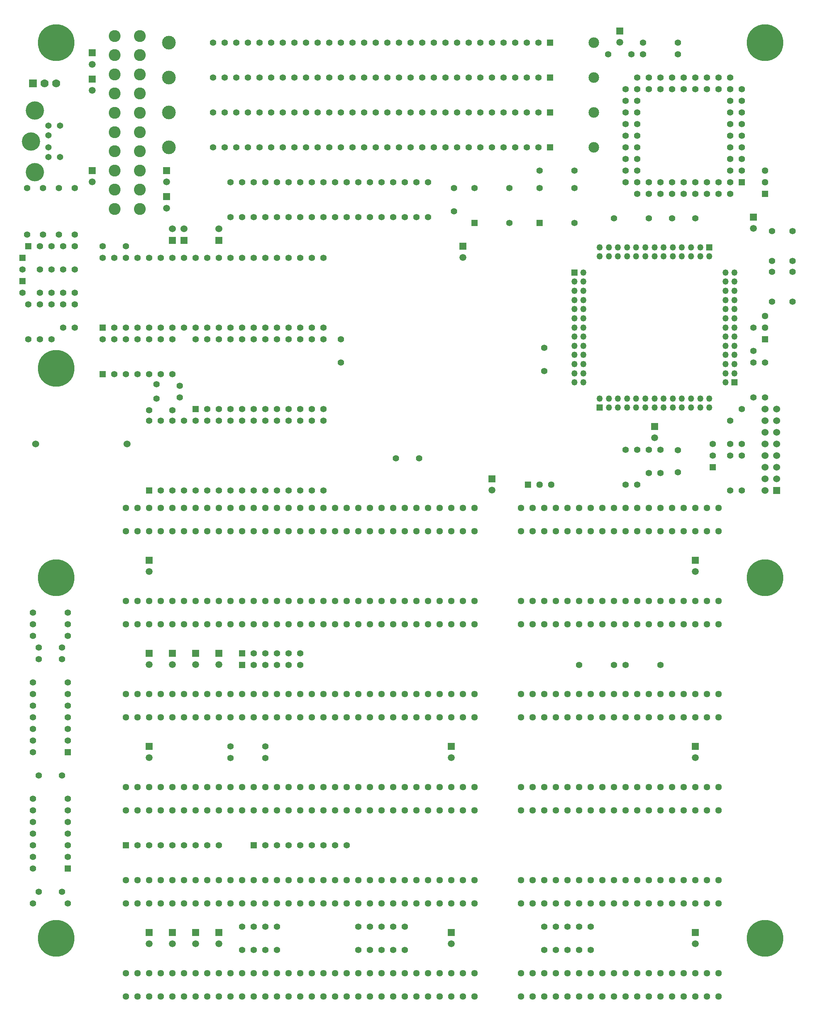
<source format=gbr>
%TF.GenerationSoftware,KiCad,Pcbnew,(6.0.2)*%
%TF.CreationDate,2026-01-28T13:48:29-08:00*%
%TF.ProjectId,AT386SX,41543338-3653-4582-9e6b-696361645f70,2.1*%
%TF.SameCoordinates,Original*%
%TF.FileFunction,Soldermask,Bot*%
%TF.FilePolarity,Negative*%
%FSLAX46Y46*%
G04 Gerber Fmt 4.6, Leading zero omitted, Abs format (unit mm)*
G04 Created by KiCad (PCBNEW (6.0.2)) date 2026-01-28 13:48:29*
%MOMM*%
%LPD*%
G01*
G04 APERTURE LIST*
%ADD10C,1.440000*%
%ADD11R,1.397000X1.397000*%
%ADD12C,1.397000*%
%ADD13R,1.350000X1.350000*%
%ADD14O,1.350000X1.350000*%
%ADD15R,1.490980X1.490980*%
%ADD16C,1.490980*%
%ADD17R,1.440000X1.440000*%
%ADD18C,2.311400*%
%ADD19C,2.997200*%
%ADD20C,1.399540*%
%ADD21R,1.524000X1.524000*%
%ADD22C,1.524000*%
%ADD23C,1.371600*%
%ADD24C,4.000500*%
%ADD25C,2.600960*%
%ADD26C,0.900000*%
%ADD27C,8.000000*%
%ADD28R,1.778000X1.778000*%
%ADD29C,1.778000*%
G04 APERTURE END LIST*
D10*
%TO.C,J1*%
X43180000Y-232410000D03*
X45720000Y-232410000D03*
X48260000Y-232410000D03*
X50800000Y-232410000D03*
X53340000Y-232410000D03*
X55880000Y-232410000D03*
X58420000Y-232410000D03*
X60960000Y-232410000D03*
X63500000Y-232410000D03*
X66040000Y-232410000D03*
X68580000Y-232410000D03*
X71120000Y-232410000D03*
X73660000Y-232410000D03*
X76200000Y-232410000D03*
X78740000Y-232410000D03*
X81280000Y-232410000D03*
X83820000Y-232410000D03*
X86360000Y-232410000D03*
X88900000Y-232410000D03*
X91440000Y-232410000D03*
X93980000Y-232410000D03*
X96520000Y-232410000D03*
X99060000Y-232410000D03*
X101600000Y-232410000D03*
X104140000Y-232410000D03*
X106680000Y-232410000D03*
X109220000Y-232410000D03*
X111760000Y-232410000D03*
X114300000Y-232410000D03*
X116840000Y-232410000D03*
X119380000Y-232410000D03*
X43180000Y-227330000D03*
X45720000Y-227330000D03*
X48260000Y-227330000D03*
X50800000Y-227330000D03*
X53340000Y-227330000D03*
X55880000Y-227330000D03*
X58420000Y-227330000D03*
X60960000Y-227330000D03*
X63500000Y-227330000D03*
X66040000Y-227330000D03*
X68580000Y-227330000D03*
X71120000Y-227330000D03*
X73660000Y-227330000D03*
X76200000Y-227330000D03*
X78740000Y-227330000D03*
X81280000Y-227330000D03*
X83820000Y-227330000D03*
X86360000Y-227330000D03*
X88900000Y-227330000D03*
X91440000Y-227330000D03*
X93980000Y-227330000D03*
X96520000Y-227330000D03*
X99060000Y-227330000D03*
X101600000Y-227330000D03*
X104140000Y-227330000D03*
X106680000Y-227330000D03*
X109220000Y-227330000D03*
X111760000Y-227330000D03*
X114300000Y-227330000D03*
X116840000Y-227330000D03*
X119380000Y-227330000D03*
X129540000Y-232410000D03*
X132080000Y-232410000D03*
X134620000Y-232410000D03*
X137160000Y-232410000D03*
X139700000Y-232410000D03*
X142240000Y-232410000D03*
X144780000Y-232410000D03*
X147320000Y-232410000D03*
X149860000Y-232410000D03*
X152400000Y-232410000D03*
X154940000Y-232410000D03*
X157480000Y-232410000D03*
X160020000Y-232410000D03*
X162560000Y-232410000D03*
X165100000Y-232410000D03*
X167640000Y-232410000D03*
X170180000Y-232410000D03*
X172720000Y-232410000D03*
X129540000Y-227330000D03*
X132080000Y-227330000D03*
X134620000Y-227330000D03*
X137160000Y-227330000D03*
X139700000Y-227330000D03*
X142240000Y-227330000D03*
X144780000Y-227330000D03*
X147320000Y-227330000D03*
X149860000Y-227330000D03*
X152400000Y-227330000D03*
X154940000Y-227330000D03*
X157480000Y-227330000D03*
X160020000Y-227330000D03*
X162560000Y-227330000D03*
X165100000Y-227330000D03*
X167640000Y-227330000D03*
X170180000Y-227330000D03*
X172720000Y-227330000D03*
%TD*%
D11*
%TO.C,U2*%
X177800000Y-54610000D03*
D12*
X175260000Y-54610000D03*
X177800000Y-52070000D03*
X175260000Y-52070000D03*
X177800000Y-49530000D03*
X175260000Y-49530000D03*
X177800000Y-46990000D03*
X175260000Y-46990000D03*
X177800000Y-44450000D03*
X175260000Y-44450000D03*
X177800000Y-41910000D03*
X175260000Y-41910000D03*
X177800000Y-39370000D03*
X175260000Y-39370000D03*
X177800000Y-36830000D03*
X175260000Y-36830000D03*
X177800000Y-34290000D03*
X175260000Y-31750000D03*
X175260000Y-34290000D03*
X172720000Y-31750000D03*
X172720000Y-34290000D03*
X170180000Y-31750000D03*
X170180000Y-34290000D03*
X167640000Y-31750000D03*
X167640000Y-34290000D03*
X165100000Y-31750000D03*
X165100000Y-34290000D03*
X162560000Y-31750000D03*
X162560000Y-34290000D03*
X160020000Y-31750000D03*
X160020000Y-34290000D03*
X157480000Y-31750000D03*
X157480000Y-34290000D03*
X154940000Y-31750000D03*
X152400000Y-34290000D03*
X154940000Y-34290000D03*
X152400000Y-36830000D03*
X154940000Y-36830000D03*
X152400000Y-39370000D03*
X154940000Y-39370000D03*
X152400000Y-41910000D03*
X154940000Y-41910000D03*
X152400000Y-44450000D03*
X154940000Y-44450000D03*
X152400000Y-46990000D03*
X154940000Y-46990000D03*
X152400000Y-49530000D03*
X154940000Y-49530000D03*
X152400000Y-52070000D03*
X154940000Y-52070000D03*
X152400000Y-54610000D03*
X154940000Y-57150000D03*
X154940000Y-54610000D03*
X157480000Y-57150000D03*
X157480000Y-54610000D03*
X160020000Y-57150000D03*
X160020000Y-54610000D03*
X162560000Y-57150000D03*
X162560000Y-54610000D03*
X165100000Y-57150000D03*
X165100000Y-54610000D03*
X167640000Y-57150000D03*
X167640000Y-54610000D03*
X170180000Y-57150000D03*
X170180000Y-54610000D03*
X172720000Y-57150000D03*
X172720000Y-54610000D03*
X175260000Y-57150000D03*
%TD*%
D11*
%TO.C,U4*%
X58420000Y-104140000D03*
D12*
X60960000Y-104140000D03*
X63500000Y-104140000D03*
X66040000Y-104140000D03*
X68580000Y-104140000D03*
X71120000Y-104140000D03*
X73660000Y-104140000D03*
X76200000Y-104140000D03*
X78740000Y-104140000D03*
X81280000Y-104140000D03*
X83820000Y-104140000D03*
X86360000Y-104140000D03*
X86360000Y-88900000D03*
X83820000Y-88900000D03*
X81280000Y-88900000D03*
X78740000Y-88900000D03*
X76200000Y-88900000D03*
X73660000Y-88900000D03*
X71120000Y-88900000D03*
X68580000Y-88900000D03*
X66040000Y-88900000D03*
X63500000Y-88900000D03*
X60960000Y-88900000D03*
X58420000Y-88900000D03*
%TD*%
D11*
%TO.C,U5*%
X38100000Y-86360000D03*
D12*
X40640000Y-86360000D03*
X43180000Y-86360000D03*
X45720000Y-86360000D03*
X48260000Y-86360000D03*
X50800000Y-86360000D03*
X53340000Y-86360000D03*
X55880000Y-86360000D03*
X58420000Y-86360000D03*
X60960000Y-86360000D03*
X63500000Y-86360000D03*
X66040000Y-86360000D03*
X68580000Y-86360000D03*
X71120000Y-86360000D03*
X73660000Y-86360000D03*
X76200000Y-86360000D03*
X78740000Y-86360000D03*
X81280000Y-86360000D03*
X83820000Y-86360000D03*
X86360000Y-86360000D03*
X86360000Y-71120000D03*
X83820000Y-71120000D03*
X81280000Y-71120000D03*
X78740000Y-71120000D03*
X76200000Y-71120000D03*
X73660000Y-71120000D03*
X71120000Y-71120000D03*
X68580000Y-71120000D03*
X66040000Y-71120000D03*
X63500000Y-71120000D03*
X60960000Y-71120000D03*
X58420000Y-71120000D03*
X55880000Y-71120000D03*
X53340000Y-71120000D03*
X50800000Y-71120000D03*
X48260000Y-71120000D03*
X45720000Y-71120000D03*
X43180000Y-71120000D03*
X40640000Y-71120000D03*
X38100000Y-71120000D03*
%TD*%
D11*
%TO.C,U7*%
X38100000Y-96520000D03*
D12*
X40640000Y-96520000D03*
X43180000Y-96520000D03*
X45720000Y-96520000D03*
X48260000Y-96520000D03*
X50800000Y-96520000D03*
X53340000Y-96520000D03*
X53340000Y-88900000D03*
X50800000Y-88900000D03*
X48260000Y-88900000D03*
X45720000Y-88900000D03*
X43180000Y-88900000D03*
X40640000Y-88900000D03*
X38100000Y-88900000D03*
%TD*%
D13*
%TO.C,J17*%
X146750000Y-103870000D03*
D14*
X146750000Y-101870000D03*
X148750000Y-103870000D03*
X148750000Y-101870000D03*
X150750000Y-103870000D03*
X150750000Y-101870000D03*
X152750000Y-103870000D03*
X152750000Y-101870000D03*
X154750000Y-103870000D03*
X154750000Y-101870000D03*
X156750000Y-103870000D03*
X156750000Y-101870000D03*
X158750000Y-103870000D03*
X158750000Y-101870000D03*
X160750000Y-103870000D03*
X160750000Y-101870000D03*
X162750000Y-103870000D03*
X162750000Y-101870000D03*
X164750000Y-103870000D03*
X164750000Y-101870000D03*
X166750000Y-103870000D03*
X166750000Y-101870000D03*
X168750000Y-103870000D03*
X168750000Y-101870000D03*
X170750000Y-103870000D03*
X170750000Y-101870000D03*
%TD*%
D12*
%TO.C,C10*%
X153670000Y-26670000D03*
X148590000Y-26670000D03*
%TD*%
%TO.C,R2*%
X99060000Y-62230000D03*
X99060000Y-54610000D03*
%TD*%
D11*
%TO.C,X1*%
X133667500Y-63500000D03*
D12*
X141287500Y-63500000D03*
X141287500Y-55880000D03*
X133667500Y-55880000D03*
%TD*%
%TO.C,C8*%
X32067500Y-73660000D03*
X32067500Y-78740000D03*
%TD*%
D15*
%TO.C,C35*%
X167640000Y-137180000D03*
D16*
X167640000Y-139680000D03*
%TD*%
D17*
%TO.C,JP5*%
X182880000Y-57150000D03*
D10*
X182880000Y-54610000D03*
X182880000Y-52070000D03*
%TD*%
D13*
%TO.C,J16*%
X141240000Y-74360000D03*
D14*
X143240000Y-74360000D03*
X141240000Y-76360000D03*
X143240000Y-76360000D03*
X141240000Y-78360000D03*
X143240000Y-78360000D03*
X141240000Y-80360000D03*
X143240000Y-80360000D03*
X141240000Y-82360000D03*
X143240000Y-82360000D03*
X141240000Y-84360000D03*
X143240000Y-84360000D03*
X141240000Y-86360000D03*
X143240000Y-86360000D03*
X141240000Y-88360000D03*
X143240000Y-88360000D03*
X141240000Y-90360000D03*
X143240000Y-90360000D03*
X141240000Y-92360000D03*
X143240000Y-92360000D03*
X141240000Y-94360000D03*
X143240000Y-94360000D03*
X141240000Y-96360000D03*
X143240000Y-96360000D03*
X141240000Y-98360000D03*
X143240000Y-98360000D03*
%TD*%
D12*
%TO.C,R33*%
X163830000Y-24130000D03*
X156210000Y-24130000D03*
%TD*%
D11*
%TO.C,J9*%
X135890000Y-31750000D03*
D12*
X133350000Y-31750000D03*
X130810000Y-31750000D03*
X128270000Y-31750000D03*
X125730000Y-31750000D03*
X123190000Y-31750000D03*
X120650000Y-31750000D03*
X118110000Y-31750000D03*
X115570000Y-31750000D03*
X113030000Y-31750000D03*
X110490000Y-31750000D03*
X107950000Y-31750000D03*
X105410000Y-31750000D03*
X102870000Y-31750000D03*
X100330000Y-31750000D03*
X97790000Y-31750000D03*
X95250000Y-31750000D03*
X92710000Y-31750000D03*
X90170000Y-31750000D03*
X87630000Y-31750000D03*
X85090000Y-31750000D03*
X82550000Y-31750000D03*
X80010000Y-31750000D03*
X77470000Y-31750000D03*
X74930000Y-31750000D03*
X72390000Y-31750000D03*
X69850000Y-31750000D03*
X67310000Y-31750000D03*
X64770000Y-31750000D03*
X62230000Y-31750000D03*
D18*
X145480000Y-31750000D03*
D19*
X52640000Y-31750000D03*
%TD*%
D20*
%TO.C,SW1*%
X184439560Y-80721200D03*
X184439560Y-74218800D03*
X188940440Y-80721200D03*
X188940440Y-74218800D03*
%TD*%
D15*
%TO.C,C36*%
X123190000Y-119400000D03*
D16*
X123190000Y-121900000D03*
%TD*%
D21*
%TO.C,JP3*%
X53340000Y-67310000D03*
D22*
X53340000Y-64770000D03*
%TD*%
D12*
%TO.C,U6*%
X48260000Y-106680000D03*
X50800000Y-106680000D03*
X53340000Y-106680000D03*
X55880000Y-106680000D03*
X58420000Y-106680000D03*
X60960000Y-106680000D03*
X63500000Y-106680000D03*
X66040000Y-106680000D03*
X68580000Y-106680000D03*
X71120000Y-106680000D03*
X73660000Y-106680000D03*
X76200000Y-106680000D03*
X78740000Y-106680000D03*
X81280000Y-106680000D03*
X83820000Y-106680000D03*
X86360000Y-106680000D03*
X86360000Y-121920000D03*
X83820000Y-121920000D03*
X81280000Y-121920000D03*
X78740000Y-121920000D03*
X76200000Y-121920000D03*
X73660000Y-121920000D03*
X71120000Y-121920000D03*
X68580000Y-121920000D03*
X66040000Y-121920000D03*
X63500000Y-121920000D03*
X60960000Y-121920000D03*
X58420000Y-121920000D03*
X55880000Y-121920000D03*
X53340000Y-121920000D03*
X50800000Y-121920000D03*
D11*
X48260000Y-121920000D03*
%TD*%
D12*
%TO.C,R28*%
X21907500Y-88900000D03*
X21907500Y-81280000D03*
%TD*%
%TO.C,C9*%
X68580000Y-222250000D03*
X68580000Y-217170000D03*
%TD*%
D15*
%TO.C,C27*%
X48260000Y-218460000D03*
D16*
X48260000Y-220960000D03*
%TD*%
D12*
%TO.C,R1*%
X86360000Y-62230000D03*
X86360000Y-54610000D03*
%TD*%
%TO.C,R27*%
X24447500Y-88900000D03*
X24447500Y-81280000D03*
%TD*%
%TO.C,C60*%
X142240000Y-222250000D03*
X142240000Y-217170000D03*
%TD*%
D15*
%TO.C,C33*%
X48260000Y-157500000D03*
D16*
X48260000Y-160000000D03*
%TD*%
D12*
%TO.C,R35*%
X142240000Y-160020000D03*
X149860000Y-160020000D03*
%TD*%
%TO.C,C17*%
X32067500Y-86360000D03*
X32067500Y-81280000D03*
%TD*%
D11*
%TO.C,RN5*%
X21907500Y-68580000D03*
D12*
X24447500Y-68580000D03*
X26987500Y-68580000D03*
X29527500Y-68580000D03*
X32067500Y-68580000D03*
%TD*%
D17*
%TO.C,JP4*%
X182880000Y-88900000D03*
D10*
X182880000Y-86360000D03*
X182880000Y-83820000D03*
%TD*%
%TO.C,J5*%
X43180000Y-130810000D03*
X45720000Y-130810000D03*
X48260000Y-130810000D03*
X50800000Y-130810000D03*
X53340000Y-130810000D03*
X55880000Y-130810000D03*
X58420000Y-130810000D03*
X60960000Y-130810000D03*
X63500000Y-130810000D03*
X66040000Y-130810000D03*
X68580000Y-130810000D03*
X71120000Y-130810000D03*
X73660000Y-130810000D03*
X76200000Y-130810000D03*
X78740000Y-130810000D03*
X81280000Y-130810000D03*
X83820000Y-130810000D03*
X86360000Y-130810000D03*
X88900000Y-130810000D03*
X91440000Y-130810000D03*
X93980000Y-130810000D03*
X96520000Y-130810000D03*
X99060000Y-130810000D03*
X101600000Y-130810000D03*
X104140000Y-130810000D03*
X106680000Y-130810000D03*
X109220000Y-130810000D03*
X111760000Y-130810000D03*
X114300000Y-130810000D03*
X116840000Y-130810000D03*
X119380000Y-130810000D03*
X43180000Y-125730000D03*
X45720000Y-125730000D03*
X48260000Y-125730000D03*
X50800000Y-125730000D03*
X53340000Y-125730000D03*
X55880000Y-125730000D03*
X58420000Y-125730000D03*
X60960000Y-125730000D03*
X63500000Y-125730000D03*
X66040000Y-125730000D03*
X68580000Y-125730000D03*
X71120000Y-125730000D03*
X73660000Y-125730000D03*
X76200000Y-125730000D03*
X78740000Y-125730000D03*
X81280000Y-125730000D03*
X83820000Y-125730000D03*
X86360000Y-125730000D03*
X88900000Y-125730000D03*
X91440000Y-125730000D03*
X93980000Y-125730000D03*
X96520000Y-125730000D03*
X99060000Y-125730000D03*
X101600000Y-125730000D03*
X104140000Y-125730000D03*
X106680000Y-125730000D03*
X109220000Y-125730000D03*
X111760000Y-125730000D03*
X114300000Y-125730000D03*
X116840000Y-125730000D03*
X119380000Y-125730000D03*
X129540000Y-130810000D03*
X132080000Y-130810000D03*
X134620000Y-130810000D03*
X137160000Y-130810000D03*
X139700000Y-130810000D03*
X142240000Y-130810000D03*
X144780000Y-130810000D03*
X147320000Y-130810000D03*
X149860000Y-130810000D03*
X152400000Y-130810000D03*
X154940000Y-130810000D03*
X157480000Y-130810000D03*
X160020000Y-130810000D03*
X162560000Y-130810000D03*
X165100000Y-130810000D03*
X167640000Y-130810000D03*
X170180000Y-130810000D03*
X172720000Y-130810000D03*
X129540000Y-125730000D03*
X132080000Y-125730000D03*
X134620000Y-125730000D03*
X137160000Y-125730000D03*
X139700000Y-125730000D03*
X142240000Y-125730000D03*
X144780000Y-125730000D03*
X147320000Y-125730000D03*
X149860000Y-125730000D03*
X152400000Y-125730000D03*
X154940000Y-125730000D03*
X157480000Y-125730000D03*
X160020000Y-125730000D03*
X162560000Y-125730000D03*
X165100000Y-125730000D03*
X167640000Y-125730000D03*
X170180000Y-125730000D03*
X172720000Y-125730000D03*
%TD*%
D11*
%TO.C,U9*%
X30480000Y-204470000D03*
D12*
X30480000Y-201930000D03*
X30480000Y-199390000D03*
X30480000Y-196850000D03*
X30480000Y-194310000D03*
X30480000Y-191770000D03*
X30480000Y-189230000D03*
X22860000Y-189230000D03*
X22860000Y-191770000D03*
X22860000Y-194310000D03*
X22860000Y-196850000D03*
X22860000Y-199390000D03*
X22860000Y-201930000D03*
X22860000Y-204470000D03*
%TD*%
%TO.C,C14*%
X90170000Y-93980000D03*
X90170000Y-88900000D03*
%TD*%
D11*
%TO.C,J8*%
X135890000Y-39370000D03*
D12*
X133350000Y-39370000D03*
X130810000Y-39370000D03*
X128270000Y-39370000D03*
X125730000Y-39370000D03*
X123190000Y-39370000D03*
X120650000Y-39370000D03*
X118110000Y-39370000D03*
X115570000Y-39370000D03*
X113030000Y-39370000D03*
X110490000Y-39370000D03*
X107950000Y-39370000D03*
X105410000Y-39370000D03*
X102870000Y-39370000D03*
X100330000Y-39370000D03*
X97790000Y-39370000D03*
X95250000Y-39370000D03*
X92710000Y-39370000D03*
X90170000Y-39370000D03*
X87630000Y-39370000D03*
X85090000Y-39370000D03*
X82550000Y-39370000D03*
X80010000Y-39370000D03*
X77470000Y-39370000D03*
X74930000Y-39370000D03*
X72390000Y-39370000D03*
X69850000Y-39370000D03*
X67310000Y-39370000D03*
X64770000Y-39370000D03*
X62230000Y-39370000D03*
D19*
X52640000Y-39370000D03*
D18*
X145480000Y-39370000D03*
%TD*%
D12*
%TO.C,C6*%
X24447500Y-73660000D03*
X24447500Y-78740000D03*
%TD*%
%TO.C,R8*%
X81280000Y-62230000D03*
X81280000Y-54610000D03*
%TD*%
%TO.C,R21*%
X109220000Y-62230000D03*
X109220000Y-54610000D03*
%TD*%
%TO.C,R20*%
X106680000Y-62230000D03*
X106680000Y-54610000D03*
%TD*%
%TO.C,C52*%
X93980000Y-222250000D03*
X93980000Y-217170000D03*
%TD*%
D18*
%TO.C,J10*%
X145480000Y-24130000D03*
D19*
X52640000Y-24130000D03*
D12*
X62230000Y-24130000D03*
X64770000Y-24130000D03*
X67310000Y-24130000D03*
X69850000Y-24130000D03*
X72390000Y-24130000D03*
X74930000Y-24130000D03*
X77470000Y-24130000D03*
X80010000Y-24130000D03*
X82550000Y-24130000D03*
X85090000Y-24130000D03*
X87630000Y-24130000D03*
X90170000Y-24130000D03*
X92710000Y-24130000D03*
X95250000Y-24130000D03*
X97790000Y-24130000D03*
X100330000Y-24130000D03*
X102870000Y-24130000D03*
X105410000Y-24130000D03*
X107950000Y-24130000D03*
X110490000Y-24130000D03*
X113030000Y-24130000D03*
X115570000Y-24130000D03*
X118110000Y-24130000D03*
X120650000Y-24130000D03*
X123190000Y-24130000D03*
X125730000Y-24130000D03*
X128270000Y-24130000D03*
X130810000Y-24130000D03*
X133350000Y-24130000D03*
D11*
X135890000Y-24130000D03*
%TD*%
%TO.C,RN1*%
X71120000Y-199390000D03*
D12*
X73660000Y-199390000D03*
X76200000Y-199390000D03*
X78740000Y-199390000D03*
X81280000Y-199390000D03*
X83820000Y-199390000D03*
X86360000Y-199390000D03*
X88900000Y-199390000D03*
X91440000Y-199390000D03*
%TD*%
%TO.C,R10*%
X76200000Y-62230000D03*
X76200000Y-54610000D03*
%TD*%
%TO.C,Y1*%
X163830000Y-118010940D03*
X163830000Y-113129060D03*
%TD*%
%TO.C,R3*%
X96520000Y-62230000D03*
X96520000Y-54610000D03*
%TD*%
D15*
%TO.C,C44*%
X35877500Y-26372500D03*
D16*
X35877500Y-28872500D03*
%TD*%
D23*
%TO.C,J11*%
X26280000Y-47020000D03*
X26280000Y-44420000D03*
X26280000Y-49120000D03*
X26280000Y-42320000D03*
X28780000Y-49120000D03*
X28780000Y-42320000D03*
D24*
X23280000Y-38970000D03*
X23280000Y-52470000D03*
X22480000Y-45720000D03*
%TD*%
D12*
%TO.C,R25*%
X177800000Y-114300000D03*
X177800000Y-121920000D03*
%TD*%
%TO.C,C21*%
X24130000Y-209550000D03*
X29210000Y-209550000D03*
%TD*%
D10*
%TO.C,J2*%
X43180000Y-212090000D03*
X45720000Y-212090000D03*
X48260000Y-212090000D03*
X50800000Y-212090000D03*
X53340000Y-212090000D03*
X55880000Y-212090000D03*
X58420000Y-212090000D03*
X60960000Y-212090000D03*
X63500000Y-212090000D03*
X66040000Y-212090000D03*
X68580000Y-212090000D03*
X71120000Y-212090000D03*
X73660000Y-212090000D03*
X76200000Y-212090000D03*
X78740000Y-212090000D03*
X81280000Y-212090000D03*
X83820000Y-212090000D03*
X86360000Y-212090000D03*
X88900000Y-212090000D03*
X91440000Y-212090000D03*
X93980000Y-212090000D03*
X96520000Y-212090000D03*
X99060000Y-212090000D03*
X101600000Y-212090000D03*
X104140000Y-212090000D03*
X106680000Y-212090000D03*
X109220000Y-212090000D03*
X111760000Y-212090000D03*
X114300000Y-212090000D03*
X116840000Y-212090000D03*
X119380000Y-212090000D03*
X43180000Y-207010000D03*
X45720000Y-207010000D03*
X48260000Y-207010000D03*
X50800000Y-207010000D03*
X53340000Y-207010000D03*
X55880000Y-207010000D03*
X58420000Y-207010000D03*
X60960000Y-207010000D03*
X63500000Y-207010000D03*
X66040000Y-207010000D03*
X68580000Y-207010000D03*
X71120000Y-207010000D03*
X73660000Y-207010000D03*
X76200000Y-207010000D03*
X78740000Y-207010000D03*
X81280000Y-207010000D03*
X83820000Y-207010000D03*
X86360000Y-207010000D03*
X88900000Y-207010000D03*
X91440000Y-207010000D03*
X93980000Y-207010000D03*
X96520000Y-207010000D03*
X99060000Y-207010000D03*
X101600000Y-207010000D03*
X104140000Y-207010000D03*
X106680000Y-207010000D03*
X109220000Y-207010000D03*
X111760000Y-207010000D03*
X114300000Y-207010000D03*
X116840000Y-207010000D03*
X119380000Y-207010000D03*
X129540000Y-212090000D03*
X132080000Y-212090000D03*
X134620000Y-212090000D03*
X137160000Y-212090000D03*
X139700000Y-212090000D03*
X142240000Y-212090000D03*
X144780000Y-212090000D03*
X147320000Y-212090000D03*
X149860000Y-212090000D03*
X152400000Y-212090000D03*
X154940000Y-212090000D03*
X157480000Y-212090000D03*
X160020000Y-212090000D03*
X162560000Y-212090000D03*
X165100000Y-212090000D03*
X167640000Y-212090000D03*
X170180000Y-212090000D03*
X172720000Y-212090000D03*
X129540000Y-207010000D03*
X132080000Y-207010000D03*
X134620000Y-207010000D03*
X137160000Y-207010000D03*
X139700000Y-207010000D03*
X142240000Y-207010000D03*
X144780000Y-207010000D03*
X147320000Y-207010000D03*
X149860000Y-207010000D03*
X152400000Y-207010000D03*
X154940000Y-207010000D03*
X157480000Y-207010000D03*
X160020000Y-207010000D03*
X162560000Y-207010000D03*
X165100000Y-207010000D03*
X167640000Y-207010000D03*
X170180000Y-207010000D03*
X172720000Y-207010000D03*
%TD*%
D12*
%TO.C,R6*%
X88900000Y-62230000D03*
X88900000Y-54610000D03*
%TD*%
D11*
%TO.C,X2*%
X119380000Y-63500000D03*
D12*
X127000000Y-63500000D03*
X127000000Y-55880000D03*
X119380000Y-55880000D03*
%TD*%
%TO.C,R11*%
X73660000Y-62230000D03*
X73660000Y-54610000D03*
%TD*%
D15*
%TO.C,C37*%
X158750000Y-107970000D03*
D16*
X158750000Y-110470000D03*
%TD*%
D12*
%TO.C,R18*%
X101600000Y-62230000D03*
X101600000Y-54610000D03*
%TD*%
D15*
%TO.C,C41*%
X52070000Y-57805000D03*
D16*
X52070000Y-60305000D03*
%TD*%
D15*
%TO.C,C46*%
X58420000Y-157500000D03*
D16*
X58420000Y-160000000D03*
%TD*%
D15*
%TO.C,C43*%
X63500000Y-157500000D03*
D16*
X63500000Y-160000000D03*
%TD*%
D25*
%TO.C,J12*%
X46248320Y-22692360D03*
X46248320Y-26893520D03*
X46248320Y-31092140D03*
X46248320Y-35293300D03*
X46248320Y-39491920D03*
X46248320Y-43693080D03*
X46248320Y-47891700D03*
X46248320Y-52092860D03*
X46248320Y-56291480D03*
X46248320Y-60492640D03*
X40746680Y-22692360D03*
X40746680Y-26893520D03*
X40746680Y-31092140D03*
X40746680Y-35293300D03*
X40746680Y-39491920D03*
X40746680Y-43693080D03*
X40746680Y-47891700D03*
X40746680Y-52092860D03*
X40746680Y-56291480D03*
X40746680Y-60492640D03*
%TD*%
D11*
%TO.C,D1*%
X20637500Y-76200000D03*
D12*
X20637500Y-78740000D03*
%TD*%
%TO.C,R30*%
X73660000Y-180340000D03*
X66040000Y-180340000D03*
%TD*%
%TO.C,R40*%
X154940000Y-120650000D03*
X154940000Y-113030000D03*
%TD*%
D10*
%TO.C,J3*%
X43180000Y-191770000D03*
X45720000Y-191770000D03*
X48260000Y-191770000D03*
X50800000Y-191770000D03*
X53340000Y-191770000D03*
X55880000Y-191770000D03*
X58420000Y-191770000D03*
X60960000Y-191770000D03*
X63500000Y-191770000D03*
X66040000Y-191770000D03*
X68580000Y-191770000D03*
X71120000Y-191770000D03*
X73660000Y-191770000D03*
X76200000Y-191770000D03*
X78740000Y-191770000D03*
X81280000Y-191770000D03*
X83820000Y-191770000D03*
X86360000Y-191770000D03*
X88900000Y-191770000D03*
X91440000Y-191770000D03*
X93980000Y-191770000D03*
X96520000Y-191770000D03*
X99060000Y-191770000D03*
X101600000Y-191770000D03*
X104140000Y-191770000D03*
X106680000Y-191770000D03*
X109220000Y-191770000D03*
X111760000Y-191770000D03*
X114300000Y-191770000D03*
X116840000Y-191770000D03*
X119380000Y-191770000D03*
X43180000Y-186690000D03*
X45720000Y-186690000D03*
X48260000Y-186690000D03*
X50800000Y-186690000D03*
X53340000Y-186690000D03*
X55880000Y-186690000D03*
X58420000Y-186690000D03*
X60960000Y-186690000D03*
X63500000Y-186690000D03*
X66040000Y-186690000D03*
X68580000Y-186690000D03*
X71120000Y-186690000D03*
X73660000Y-186690000D03*
X76200000Y-186690000D03*
X78740000Y-186690000D03*
X81280000Y-186690000D03*
X83820000Y-186690000D03*
X86360000Y-186690000D03*
X88900000Y-186690000D03*
X91440000Y-186690000D03*
X93980000Y-186690000D03*
X96520000Y-186690000D03*
X99060000Y-186690000D03*
X101600000Y-186690000D03*
X104140000Y-186690000D03*
X106680000Y-186690000D03*
X109220000Y-186690000D03*
X111760000Y-186690000D03*
X114300000Y-186690000D03*
X116840000Y-186690000D03*
X119380000Y-186690000D03*
X129540000Y-191770000D03*
X132080000Y-191770000D03*
X134620000Y-191770000D03*
X137160000Y-191770000D03*
X139700000Y-191770000D03*
X142240000Y-191770000D03*
X144780000Y-191770000D03*
X147320000Y-191770000D03*
X149860000Y-191770000D03*
X152400000Y-191770000D03*
X154940000Y-191770000D03*
X157480000Y-191770000D03*
X160020000Y-191770000D03*
X162560000Y-191770000D03*
X165100000Y-191770000D03*
X167640000Y-191770000D03*
X170180000Y-191770000D03*
X172720000Y-191770000D03*
X129540000Y-186690000D03*
X132080000Y-186690000D03*
X134620000Y-186690000D03*
X137160000Y-186690000D03*
X139700000Y-186690000D03*
X142240000Y-186690000D03*
X144780000Y-186690000D03*
X147320000Y-186690000D03*
X149860000Y-186690000D03*
X152400000Y-186690000D03*
X154940000Y-186690000D03*
X157480000Y-186690000D03*
X160020000Y-186690000D03*
X162560000Y-186690000D03*
X165100000Y-186690000D03*
X167640000Y-186690000D03*
X170180000Y-186690000D03*
X172720000Y-186690000D03*
%TD*%
D15*
%TO.C,C29*%
X167640000Y-218460000D03*
D16*
X167640000Y-220960000D03*
%TD*%
D13*
%TO.C,J14*%
X176260000Y-98360000D03*
D14*
X174260000Y-98360000D03*
X176260000Y-96360000D03*
X174260000Y-96360000D03*
X176260000Y-94360000D03*
X174260000Y-94360000D03*
X176260000Y-92360000D03*
X174260000Y-92360000D03*
X176260000Y-90360000D03*
X174260000Y-90360000D03*
X176260000Y-88360000D03*
X174260000Y-88360000D03*
X176260000Y-86360000D03*
X174260000Y-86360000D03*
X176260000Y-84360000D03*
X174260000Y-84360000D03*
X176260000Y-82360000D03*
X174260000Y-82360000D03*
X176260000Y-80360000D03*
X174260000Y-80360000D03*
X176260000Y-78360000D03*
X174260000Y-78360000D03*
X176260000Y-76360000D03*
X174260000Y-76360000D03*
X176260000Y-74360000D03*
X174260000Y-74360000D03*
%TD*%
D15*
%TO.C,C26*%
X52070000Y-52090000D03*
D16*
X52070000Y-54590000D03*
%TD*%
D21*
%TO.C,JP2*%
X55880000Y-67310000D03*
D22*
X55880000Y-64770000D03*
%TD*%
D12*
%TO.C,C16*%
X48260000Y-104457500D03*
X53340000Y-104457500D03*
%TD*%
%TO.C,C2*%
X160020000Y-113030000D03*
X160020000Y-118110000D03*
%TD*%
D26*
%TO.C,H4*%
X30061320Y-22008680D03*
D27*
X27940000Y-24130000D03*
D26*
X25818680Y-22008680D03*
X24940000Y-24130000D03*
X30940000Y-24130000D03*
X27940000Y-21130000D03*
X25818680Y-26251320D03*
X30061320Y-26251320D03*
X27940000Y-27130000D03*
%TD*%
D12*
%TO.C,L2*%
X21590000Y-66040000D03*
X21590000Y-55880000D03*
%TD*%
D15*
%TO.C,C38*%
X116840000Y-68600000D03*
D16*
X116840000Y-71100000D03*
%TD*%
D12*
%TO.C,R7*%
X83820000Y-62230000D03*
X83820000Y-54610000D03*
%TD*%
%TO.C,R38*%
X30480000Y-151129282D03*
X22860000Y-151129282D03*
%TD*%
%TO.C,L3*%
X32067500Y-66040000D03*
X32067500Y-55880000D03*
%TD*%
D26*
%TO.C,H7*%
X185001320Y-143091320D03*
X179880000Y-140970000D03*
X180758680Y-138848680D03*
X182880000Y-137970000D03*
X185001320Y-138848680D03*
X185880000Y-140970000D03*
X180758680Y-143091320D03*
D27*
X182880000Y-140970000D03*
D26*
X182880000Y-143970000D03*
%TD*%
D11*
%TO.C,RN2*%
X68580000Y-160020000D03*
D12*
X71120000Y-160020000D03*
X73660000Y-160020000D03*
X76200000Y-160020000D03*
X78740000Y-160020000D03*
X81280000Y-160020000D03*
%TD*%
%TO.C,C18*%
X102235000Y-114935000D03*
X107315000Y-114935000D03*
%TD*%
D15*
%TO.C,C42*%
X63500000Y-218460000D03*
D16*
X63500000Y-220960000D03*
%TD*%
D20*
%TO.C,SW2*%
X184439560Y-71831200D03*
X184439560Y-65328800D03*
X188940440Y-65328800D03*
X188940440Y-71831200D03*
%TD*%
D12*
%TO.C,R16*%
X68580000Y-62230000D03*
X68580000Y-54610000D03*
%TD*%
D26*
%TO.C,H2*%
X25818680Y-138848680D03*
X27940000Y-137970000D03*
X27940000Y-143970000D03*
X25818680Y-143091320D03*
X30061320Y-143091320D03*
D27*
X27940000Y-140970000D03*
D26*
X30940000Y-140970000D03*
X30061320Y-138848680D03*
X24940000Y-140970000D03*
%TD*%
D12*
%TO.C,R23*%
X180340000Y-101600000D03*
X180340000Y-93980000D03*
%TD*%
%TO.C,L4*%
X28575000Y-66040000D03*
X28575000Y-55880000D03*
%TD*%
%TO.C,R34*%
X163830000Y-26670000D03*
X156210000Y-26670000D03*
%TD*%
D11*
%TO.C,J7*%
X135890000Y-46990000D03*
D12*
X133350000Y-46990000D03*
X130810000Y-46990000D03*
X128270000Y-46990000D03*
X125730000Y-46990000D03*
X123190000Y-46990000D03*
X120650000Y-46990000D03*
X118110000Y-46990000D03*
X115570000Y-46990000D03*
X113030000Y-46990000D03*
X110490000Y-46990000D03*
X107950000Y-46990000D03*
X105410000Y-46990000D03*
X102870000Y-46990000D03*
X100330000Y-46990000D03*
X97790000Y-46990000D03*
X95250000Y-46990000D03*
X92710000Y-46990000D03*
X90170000Y-46990000D03*
X87630000Y-46990000D03*
X85090000Y-46990000D03*
X82550000Y-46990000D03*
X80010000Y-46990000D03*
X77470000Y-46990000D03*
X74930000Y-46990000D03*
X72390000Y-46990000D03*
X69850000Y-46990000D03*
X67310000Y-46990000D03*
X64770000Y-46990000D03*
X62230000Y-46990000D03*
D19*
X52640000Y-46990000D03*
D18*
X145480000Y-46990000D03*
%TD*%
D11*
%TO.C,Q1*%
X171450000Y-116840000D03*
D12*
X171450000Y-114300000D03*
X171450000Y-111760000D03*
%TD*%
%TO.C,C23*%
X29210000Y-158749282D03*
X24130000Y-158749282D03*
%TD*%
D15*
%TO.C,C49*%
X53340000Y-157500000D03*
D16*
X53340000Y-160000000D03*
%TD*%
D12*
%TO.C,R31*%
X30480000Y-212090000D03*
X22860000Y-212090000D03*
%TD*%
D28*
%TO.C,U10*%
X22860000Y-33020000D03*
D29*
X25400000Y-33020000D03*
X27940000Y-33020000D03*
%TD*%
D12*
%TO.C,C19*%
X114935000Y-55880000D03*
X114935000Y-60960000D03*
%TD*%
D15*
%TO.C,C40*%
X151130000Y-21610000D03*
D16*
X151130000Y-24110000D03*
%TD*%
D12*
%TO.C,C12*%
X162560000Y-62547500D03*
X167640000Y-62547500D03*
%TD*%
D21*
%TO.C,JP1*%
X63500000Y-67310000D03*
D22*
X63500000Y-64770000D03*
%TD*%
D21*
%TO.C,J13*%
X185420000Y-121920000D03*
D22*
X182880000Y-121920000D03*
X185420000Y-119380000D03*
X182880000Y-119380000D03*
X185420000Y-116840000D03*
X182880000Y-116840000D03*
X185420000Y-114300000D03*
X182880000Y-114300000D03*
X185420000Y-111760000D03*
X182880000Y-111760000D03*
X185420000Y-109220000D03*
X182880000Y-109220000D03*
X185420000Y-106680000D03*
X182880000Y-106680000D03*
X185420000Y-104140000D03*
X182880000Y-104140000D03*
%TD*%
D15*
%TO.C,C34*%
X48260000Y-137180000D03*
D16*
X48260000Y-139680000D03*
%TD*%
D12*
%TO.C,R4*%
X93980000Y-62230000D03*
X93980000Y-54610000D03*
%TD*%
%TO.C,C51*%
X76200000Y-222250000D03*
X76200000Y-217170000D03*
%TD*%
%TO.C,R5*%
X91440000Y-62230000D03*
X91440000Y-54610000D03*
%TD*%
%TO.C,C58*%
X137160000Y-222250000D03*
X137160000Y-217170000D03*
%TD*%
%TO.C,R9*%
X78740000Y-62230000D03*
X78740000Y-54610000D03*
%TD*%
%TO.C,C54*%
X99060000Y-222250000D03*
X99060000Y-217170000D03*
%TD*%
D15*
%TO.C,C28*%
X114300000Y-218460000D03*
D16*
X114300000Y-220960000D03*
%TD*%
D12*
%TO.C,C13*%
X134620000Y-90805000D03*
X134620000Y-95885000D03*
%TD*%
D15*
%TO.C,C25*%
X35877500Y-52090000D03*
D16*
X35877500Y-54590000D03*
%TD*%
D15*
%TO.C,C47*%
X35877500Y-32087500D03*
D16*
X35877500Y-34587500D03*
%TD*%
D12*
%TO.C,R26*%
X177800000Y-104140000D03*
X177800000Y-111760000D03*
%TD*%
%TO.C,R24*%
X182880000Y-101600000D03*
X182880000Y-93980000D03*
%TD*%
D11*
%TO.C,D2*%
X20637500Y-71120000D03*
D12*
X20637500Y-73660000D03*
%TD*%
D10*
%TO.C,J4*%
X43180000Y-171450000D03*
X45720000Y-171450000D03*
X48260000Y-171450000D03*
X50800000Y-171450000D03*
X53340000Y-171450000D03*
X55880000Y-171450000D03*
X58420000Y-171450000D03*
X60960000Y-171450000D03*
X63500000Y-171450000D03*
X66040000Y-171450000D03*
X68580000Y-171450000D03*
X71120000Y-171450000D03*
X73660000Y-171450000D03*
X76200000Y-171450000D03*
X78740000Y-171450000D03*
X81280000Y-171450000D03*
X83820000Y-171450000D03*
X86360000Y-171450000D03*
X88900000Y-171450000D03*
X91440000Y-171450000D03*
X93980000Y-171450000D03*
X96520000Y-171450000D03*
X99060000Y-171450000D03*
X101600000Y-171450000D03*
X104140000Y-171450000D03*
X106680000Y-171450000D03*
X109220000Y-171450000D03*
X111760000Y-171450000D03*
X114300000Y-171450000D03*
X116840000Y-171450000D03*
X119380000Y-171450000D03*
X43180000Y-166370000D03*
X45720000Y-166370000D03*
X48260000Y-166370000D03*
X50800000Y-166370000D03*
X53340000Y-166370000D03*
X55880000Y-166370000D03*
X58420000Y-166370000D03*
X60960000Y-166370000D03*
X63500000Y-166370000D03*
X66040000Y-166370000D03*
X68580000Y-166370000D03*
X71120000Y-166370000D03*
X73660000Y-166370000D03*
X76200000Y-166370000D03*
X78740000Y-166370000D03*
X81280000Y-166370000D03*
X83820000Y-166370000D03*
X86360000Y-166370000D03*
X88900000Y-166370000D03*
X91440000Y-166370000D03*
X93980000Y-166370000D03*
X96520000Y-166370000D03*
X99060000Y-166370000D03*
X101600000Y-166370000D03*
X104140000Y-166370000D03*
X106680000Y-166370000D03*
X109220000Y-166370000D03*
X111760000Y-166370000D03*
X114300000Y-166370000D03*
X116840000Y-166370000D03*
X119380000Y-166370000D03*
X129540000Y-171450000D03*
X132080000Y-171450000D03*
X134620000Y-171450000D03*
X137160000Y-171450000D03*
X139700000Y-171450000D03*
X142240000Y-171450000D03*
X144780000Y-171450000D03*
X147320000Y-171450000D03*
X149860000Y-171450000D03*
X152400000Y-171450000D03*
X154940000Y-171450000D03*
X157480000Y-171450000D03*
X160020000Y-171450000D03*
X162560000Y-171450000D03*
X165100000Y-171450000D03*
X167640000Y-171450000D03*
X170180000Y-171450000D03*
X172720000Y-171450000D03*
X129540000Y-166370000D03*
X132080000Y-166370000D03*
X134620000Y-166370000D03*
X137160000Y-166370000D03*
X139700000Y-166370000D03*
X142240000Y-166370000D03*
X144780000Y-166370000D03*
X147320000Y-166370000D03*
X149860000Y-166370000D03*
X152400000Y-166370000D03*
X154940000Y-166370000D03*
X157480000Y-166370000D03*
X160020000Y-166370000D03*
X162560000Y-166370000D03*
X165100000Y-166370000D03*
X167640000Y-166370000D03*
X170180000Y-166370000D03*
X172720000Y-166370000D03*
%TD*%
D12*
%TO.C,C56*%
X104140000Y-222250000D03*
X104140000Y-217170000D03*
%TD*%
D26*
%TO.C,H3*%
X27940000Y-98250000D03*
X30061320Y-97371320D03*
D27*
X27940000Y-95250000D03*
D26*
X25818680Y-97371320D03*
X30940000Y-95250000D03*
X25818680Y-93128680D03*
X24940000Y-95250000D03*
X30061320Y-93128680D03*
X27940000Y-92250000D03*
%TD*%
D11*
%TO.C,RN4*%
X43180000Y-199390000D03*
D12*
X45720000Y-199390000D03*
X48260000Y-199390000D03*
X50800000Y-199390000D03*
X53340000Y-199390000D03*
X55880000Y-199390000D03*
X58420000Y-199390000D03*
X60960000Y-199390000D03*
X63500000Y-199390000D03*
%TD*%
%TO.C,C55*%
X101600000Y-222250000D03*
X101600000Y-217170000D03*
%TD*%
%TO.C,R29*%
X30480000Y-153669282D03*
X22860000Y-153669282D03*
%TD*%
%TO.C,C24*%
X29210000Y-156209282D03*
X24130000Y-156209282D03*
%TD*%
%TO.C,C61*%
X144780000Y-222250000D03*
X144780000Y-217170000D03*
%TD*%
D15*
%TO.C,C31*%
X114300000Y-177820000D03*
D16*
X114300000Y-180320000D03*
%TD*%
D12*
%TO.C,C22*%
X175260000Y-111760000D03*
X175260000Y-106680000D03*
%TD*%
D15*
%TO.C,C32*%
X167640000Y-177820000D03*
D16*
X167640000Y-180320000D03*
%TD*%
D12*
%TO.C,R17*%
X66040000Y-62230000D03*
X66040000Y-54610000D03*
%TD*%
%TO.C,C50*%
X71120000Y-222250000D03*
X71120000Y-217170000D03*
%TD*%
D15*
%TO.C,C39*%
X180340000Y-62250000D03*
D16*
X180340000Y-64750000D03*
%TD*%
D14*
%TO.C,J15*%
X146750000Y-70850000D03*
X146750000Y-68850000D03*
X148750000Y-70850000D03*
X148750000Y-68850000D03*
X150750000Y-70850000D03*
X150750000Y-68850000D03*
X152750000Y-70850000D03*
X152750000Y-68850000D03*
X154750000Y-70850000D03*
X154750000Y-68850000D03*
X156750000Y-70850000D03*
X156750000Y-68850000D03*
X158750000Y-70850000D03*
X158750000Y-68850000D03*
X160750000Y-70850000D03*
X160750000Y-68850000D03*
X162750000Y-70850000D03*
X162750000Y-68850000D03*
X164750000Y-70850000D03*
X164750000Y-68850000D03*
X166750000Y-70850000D03*
X166750000Y-68850000D03*
X168750000Y-70850000D03*
X168750000Y-68850000D03*
X170750000Y-70850000D03*
D13*
X170750000Y-68850000D03*
%TD*%
D12*
%TO.C,R14*%
X133667500Y-52070000D03*
X141287500Y-52070000D03*
%TD*%
%TO.C,C1*%
X157480000Y-118110000D03*
X157480000Y-113030000D03*
%TD*%
%TO.C,C11*%
X180340000Y-91440000D03*
X180340000Y-86360000D03*
%TD*%
%TO.C,R13*%
X149860000Y-62547500D03*
X157480000Y-62547500D03*
%TD*%
%TO.C,C5*%
X26987500Y-73660000D03*
X26987500Y-78740000D03*
%TD*%
%TO.C,R22*%
X73660000Y-177800000D03*
X66040000Y-177800000D03*
%TD*%
%TO.C,R19*%
X104140000Y-62230000D03*
X104140000Y-54610000D03*
%TD*%
%TO.C,Y2*%
X55016185Y-99052500D03*
X55016185Y-101592500D03*
X49936185Y-101910000D03*
X49936185Y-98735000D03*
%TD*%
%TO.C,R32*%
X152400000Y-113030000D03*
X152400000Y-120650000D03*
%TD*%
D15*
%TO.C,C48*%
X53340000Y-218460000D03*
D16*
X53340000Y-220960000D03*
%TD*%
D15*
%TO.C,C45*%
X58420000Y-218460000D03*
D16*
X58420000Y-220960000D03*
%TD*%
D27*
%TO.C,H1*%
X27940000Y-219710000D03*
D26*
X27940000Y-222710000D03*
X25818680Y-217588680D03*
X30940000Y-219710000D03*
X30061320Y-221831320D03*
X24940000Y-219710000D03*
X30061320Y-217588680D03*
X27940000Y-216710000D03*
X25818680Y-221831320D03*
%TD*%
D12*
%TO.C,R12*%
X71120000Y-62230000D03*
X71120000Y-54610000D03*
%TD*%
%TO.C,C53*%
X96520000Y-222250000D03*
X96520000Y-217170000D03*
%TD*%
D15*
%TO.C,C30*%
X48260000Y-177820000D03*
D16*
X48260000Y-180320000D03*
%TD*%
D12*
%TO.C,C57*%
X134620000Y-222250000D03*
X134620000Y-217170000D03*
%TD*%
D22*
%TO.C,BT1*%
X43500750Y-111760000D03*
X23500790Y-111760000D03*
%TD*%
D26*
%TO.C,H6*%
X185001320Y-221831320D03*
X180758680Y-221831320D03*
X185001320Y-217588680D03*
X185880000Y-219710000D03*
X179880000Y-219710000D03*
X182880000Y-222710000D03*
X180758680Y-217588680D03*
D27*
X182880000Y-219710000D03*
D26*
X182880000Y-216710000D03*
%TD*%
%TO.C,H5*%
X182880000Y-21130000D03*
X179880000Y-24130000D03*
X180758680Y-22008680D03*
D27*
X182880000Y-24130000D03*
D26*
X185880000Y-24130000D03*
X180758680Y-26251320D03*
X185001320Y-26251320D03*
X185001320Y-22008680D03*
X182880000Y-27130000D03*
%TD*%
D10*
%TO.C,J6*%
X43180000Y-151130000D03*
X45720000Y-151130000D03*
X48260000Y-151130000D03*
X50800000Y-151130000D03*
X53340000Y-151130000D03*
X55880000Y-151130000D03*
X58420000Y-151130000D03*
X60960000Y-151130000D03*
X63500000Y-151130000D03*
X66040000Y-151130000D03*
X68580000Y-151130000D03*
X71120000Y-151130000D03*
X73660000Y-151130000D03*
X76200000Y-151130000D03*
X78740000Y-151130000D03*
X81280000Y-151130000D03*
X83820000Y-151130000D03*
X86360000Y-151130000D03*
X88900000Y-151130000D03*
X91440000Y-151130000D03*
X93980000Y-151130000D03*
X96520000Y-151130000D03*
X99060000Y-151130000D03*
X101600000Y-151130000D03*
X104140000Y-151130000D03*
X106680000Y-151130000D03*
X109220000Y-151130000D03*
X111760000Y-151130000D03*
X114300000Y-151130000D03*
X116840000Y-151130000D03*
X119380000Y-151130000D03*
X43180000Y-146050000D03*
X45720000Y-146050000D03*
X48260000Y-146050000D03*
X50800000Y-146050000D03*
X53340000Y-146050000D03*
X55880000Y-146050000D03*
X58420000Y-146050000D03*
X60960000Y-146050000D03*
X63500000Y-146050000D03*
X66040000Y-146050000D03*
X68580000Y-146050000D03*
X71120000Y-146050000D03*
X73660000Y-146050000D03*
X76200000Y-146050000D03*
X78740000Y-146050000D03*
X81280000Y-146050000D03*
X83820000Y-146050000D03*
X86360000Y-146050000D03*
X88900000Y-146050000D03*
X91440000Y-146050000D03*
X93980000Y-146050000D03*
X96520000Y-146050000D03*
X99060000Y-146050000D03*
X101600000Y-146050000D03*
X104140000Y-146050000D03*
X106680000Y-146050000D03*
X109220000Y-146050000D03*
X111760000Y-146050000D03*
X114300000Y-146050000D03*
X116840000Y-146050000D03*
X119380000Y-146050000D03*
X129540000Y-151130000D03*
X132080000Y-151130000D03*
X134620000Y-151130000D03*
X137160000Y-151130000D03*
X139700000Y-151130000D03*
X142240000Y-151130000D03*
X144780000Y-151130000D03*
X147320000Y-151130000D03*
X149860000Y-151130000D03*
X152400000Y-151130000D03*
X154940000Y-151130000D03*
X157480000Y-151130000D03*
X160020000Y-151130000D03*
X162560000Y-151130000D03*
X165100000Y-151130000D03*
X167640000Y-151130000D03*
X170180000Y-151130000D03*
X172720000Y-151130000D03*
X129540000Y-146050000D03*
X132080000Y-146050000D03*
X134620000Y-146050000D03*
X137160000Y-146050000D03*
X139700000Y-146050000D03*
X142240000Y-146050000D03*
X144780000Y-146050000D03*
X147320000Y-146050000D03*
X149860000Y-146050000D03*
X152400000Y-146050000D03*
X154940000Y-146050000D03*
X157480000Y-146050000D03*
X160020000Y-146050000D03*
X162560000Y-146050000D03*
X165100000Y-146050000D03*
X167640000Y-146050000D03*
X170180000Y-146050000D03*
X172720000Y-146050000D03*
%TD*%
D12*
%TO.C,C20*%
X24130000Y-184150000D03*
X29210000Y-184150000D03*
%TD*%
%TO.C,R37*%
X26987500Y-88900000D03*
X26987500Y-81280000D03*
%TD*%
%TO.C,R15*%
X175260000Y-121920000D03*
X175260000Y-114300000D03*
%TD*%
D11*
%TO.C,RN3*%
X68580000Y-157480000D03*
D12*
X71120000Y-157480000D03*
X73660000Y-157480000D03*
X76200000Y-157480000D03*
X78740000Y-157480000D03*
X81280000Y-157480000D03*
%TD*%
%TO.C,L1*%
X25082500Y-66040000D03*
X25082500Y-55880000D03*
%TD*%
D17*
%TO.C,JP6*%
X131127500Y-120650000D03*
D10*
X133667500Y-120650000D03*
X136207500Y-120650000D03*
%TD*%
D12*
%TO.C,C7*%
X29527500Y-73660000D03*
X29527500Y-78740000D03*
%TD*%
D11*
%TO.C,U8*%
X30480000Y-179070000D03*
D12*
X30480000Y-176530000D03*
X30480000Y-173990000D03*
X30480000Y-171450000D03*
X30480000Y-168910000D03*
X30480000Y-166370000D03*
X30480000Y-163830000D03*
X22860000Y-163830000D03*
X22860000Y-166370000D03*
X22860000Y-168910000D03*
X22860000Y-171450000D03*
X22860000Y-173990000D03*
X22860000Y-176530000D03*
X22860000Y-179070000D03*
%TD*%
%TO.C,C4*%
X73660000Y-222250000D03*
X73660000Y-217170000D03*
%TD*%
%TO.C,R39*%
X30480000Y-148589282D03*
X22860000Y-148589282D03*
%TD*%
%TO.C,C3*%
X29527500Y-86360000D03*
X29527500Y-81280000D03*
%TD*%
%TO.C,R36*%
X160020000Y-160020000D03*
X152400000Y-160020000D03*
%TD*%
%TO.C,C59*%
X139700000Y-222250000D03*
X139700000Y-217170000D03*
%TD*%
%TO.C,C15*%
X38100000Y-68580000D03*
X43180000Y-68580000D03*
%TD*%
M02*

</source>
